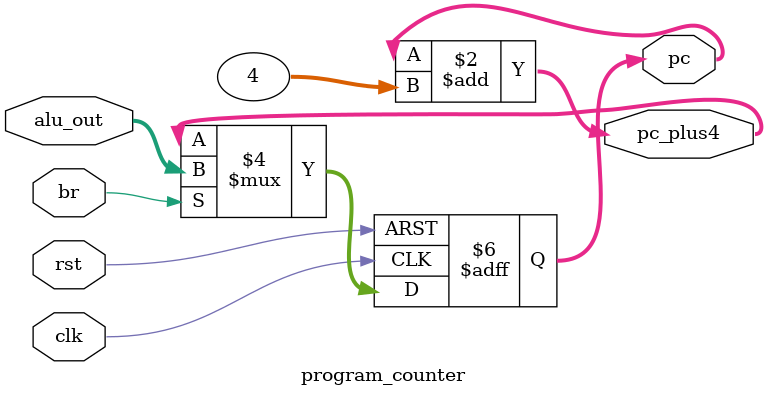
<source format=v>
module program_counter(
    input clk,
    input rst,
    input br,
    input [31:0] alu_out,
    output reg [31:0] pc,
    output [31:0] pc_plus4
);

always@(posedge clk or posedge rst) begin
    if(rst) pc <= 32'h3000;
    else if(br) pc <= alu_out;
    else pc <= pc_plus4;
end

assign pc_plus4 = pc + 32'h4;

endmodule
</source>
